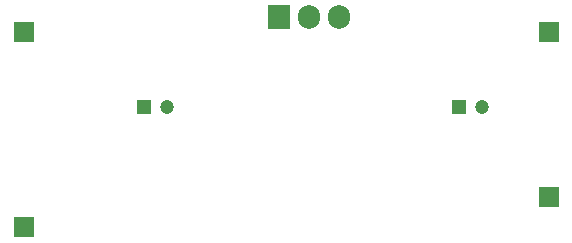
<source format=gbr>
%TF.GenerationSoftware,KiCad,Pcbnew,5.1.6+dfsg1-1*%
%TF.CreationDate,2021-08-19T19:41:55+08:00*%
%TF.ProjectId,LM8705-power,4c4d3837-3035-42d7-906f-7765722e6b69,rev?*%
%TF.SameCoordinates,Original*%
%TF.FileFunction,Copper,L2,Bot*%
%TF.FilePolarity,Positive*%
%FSLAX46Y46*%
G04 Gerber Fmt 4.6, Leading zero omitted, Abs format (unit mm)*
G04 Created by KiCad (PCBNEW 5.1.6+dfsg1-1) date 2021-08-19 19:41:55*
%MOMM*%
%LPD*%
G01*
G04 APERTURE LIST*
%TA.AperFunction,ComponentPad*%
%ADD10O,1.905000X2.000000*%
%TD*%
%TA.AperFunction,ComponentPad*%
%ADD11R,1.905000X2.000000*%
%TD*%
%TA.AperFunction,ComponentPad*%
%ADD12R,1.700000X1.700000*%
%TD*%
%TA.AperFunction,ComponentPad*%
%ADD13C,1.200000*%
%TD*%
%TA.AperFunction,ComponentPad*%
%ADD14R,1.200000X1.200000*%
%TD*%
G04 APERTURE END LIST*
D10*
%TO.P,U1,3*%
%TO.N,Net-(C2-Pad1)*%
X135890000Y-82550000D03*
%TO.P,U1,2*%
%TO.N,GND*%
X133350000Y-82550000D03*
D11*
%TO.P,U1,1*%
%TO.N,Net-(C1-Pad1)*%
X130810000Y-82550000D03*
%TD*%
D12*
%TO.P,J4,1*%
%TO.N,Net-(C2-Pad1)*%
X153670000Y-83820000D03*
%TD*%
%TO.P,J3,1*%
%TO.N,GND*%
X153670000Y-97790000D03*
%TD*%
%TO.P,J2,1*%
%TO.N,GND*%
X109220000Y-100330000D03*
%TD*%
%TO.P,J1,1*%
%TO.N,Net-(C1-Pad1)*%
X109220000Y-83820000D03*
%TD*%
D13*
%TO.P,C2,2*%
%TO.N,GND*%
X148050000Y-90170000D03*
D14*
%TO.P,C2,1*%
%TO.N,Net-(C2-Pad1)*%
X146050000Y-90170000D03*
%TD*%
D13*
%TO.P,C1,2*%
%TO.N,GND*%
X121380000Y-90170000D03*
D14*
%TO.P,C1,1*%
%TO.N,Net-(C1-Pad1)*%
X119380000Y-90170000D03*
%TD*%
M02*

</source>
